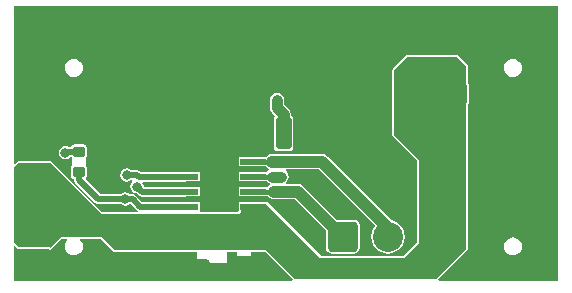
<source format=gtl>
%FSLAX25Y25*%
%MOIN*%
G70*
G01*
G75*
G04 Layer_Physical_Order=1*
G04 Layer_Color=255*
%ADD10R,0.09449X0.12205*%
%ADD11R,0.08661X0.01969*%
G04:AMPARAMS|DCode=12|XSize=39.37mil|YSize=35.43mil|CornerRadius=4.43mil|HoleSize=0mil|Usage=FLASHONLY|Rotation=0.000|XOffset=0mil|YOffset=0mil|HoleType=Round|Shape=RoundedRectangle|*
%AMROUNDEDRECTD12*
21,1,0.03937,0.02658,0,0,0.0*
21,1,0.03051,0.03543,0,0,0.0*
1,1,0.00886,0.01526,-0.01329*
1,1,0.00886,-0.01526,-0.01329*
1,1,0.00886,-0.01526,0.01329*
1,1,0.00886,0.01526,0.01329*
%
%ADD12ROUNDEDRECTD12*%
G04:AMPARAMS|DCode=13|XSize=106.3mil|YSize=51.18mil|CornerRadius=6.4mil|HoleSize=0mil|Usage=FLASHONLY|Rotation=90.000|XOffset=0mil|YOffset=0mil|HoleType=Round|Shape=RoundedRectangle|*
%AMROUNDEDRECTD13*
21,1,0.10630,0.03839,0,0,90.0*
21,1,0.09350,0.05118,0,0,90.0*
1,1,0.01280,0.01919,0.04675*
1,1,0.01280,0.01919,-0.04675*
1,1,0.01280,-0.01919,-0.04675*
1,1,0.01280,-0.01919,0.04675*
%
%ADD13ROUNDEDRECTD13*%
G04:AMPARAMS|DCode=14|XSize=90.55mil|YSize=70.87mil|CornerRadius=8.86mil|HoleSize=0mil|Usage=FLASHONLY|Rotation=0.000|XOffset=0mil|YOffset=0mil|HoleType=Round|Shape=RoundedRectangle|*
%AMROUNDEDRECTD14*
21,1,0.09055,0.05315,0,0,0.0*
21,1,0.07284,0.07087,0,0,0.0*
1,1,0.01772,0.03642,-0.02658*
1,1,0.01772,-0.03642,-0.02658*
1,1,0.01772,-0.03642,0.02658*
1,1,0.01772,0.03642,0.02658*
%
%ADD14ROUNDEDRECTD14*%
G04:AMPARAMS|DCode=15|XSize=224.41mil|YSize=78.74mil|CornerRadius=9.84mil|HoleSize=0mil|Usage=FLASHONLY|Rotation=0.000|XOffset=0mil|YOffset=0mil|HoleType=Round|Shape=RoundedRectangle|*
%AMROUNDEDRECTD15*
21,1,0.22441,0.05906,0,0,0.0*
21,1,0.20472,0.07874,0,0,0.0*
1,1,0.01969,0.10236,-0.02953*
1,1,0.01969,-0.10236,-0.02953*
1,1,0.01969,-0.10236,0.02953*
1,1,0.01969,0.10236,0.02953*
%
%ADD15ROUNDEDRECTD15*%
%ADD16C,0.02000*%
%ADD17C,0.03543*%
%ADD18C,0.02756*%
%ADD19C,0.01500*%
%ADD20C,0.01800*%
%ADD21C,0.04000*%
G04:AMPARAMS|DCode=22|XSize=100mil|YSize=100mil|CornerRadius=12.5mil|HoleSize=0mil|Usage=FLASHONLY|Rotation=270.000|XOffset=0mil|YOffset=0mil|HoleType=Round|Shape=RoundedRectangle|*
%AMROUNDEDRECTD22*
21,1,0.10000,0.07500,0,0,270.0*
21,1,0.07500,0.10000,0,0,270.0*
1,1,0.02500,-0.03750,-0.03750*
1,1,0.02500,-0.03750,0.03750*
1,1,0.02500,0.03750,0.03750*
1,1,0.02500,0.03750,-0.03750*
%
%ADD22ROUNDEDRECTD22*%
%ADD23C,0.10000*%
%ADD24C,0.03150*%
%ADD25C,0.02362*%
G36*
X525041Y116541D02*
X525500Y116351D01*
X552709D01*
Y112606D01*
X562709D01*
Y116351D01*
X566138D01*
Y114925D01*
X570862D01*
Y116351D01*
X575731D01*
X577041Y115041D01*
X577541Y114541D01*
X584852Y107230D01*
X584644Y106730D01*
X491730D01*
Y118280D01*
X492192Y118471D01*
X493147Y117516D01*
X493606Y117326D01*
X503570D01*
X503871Y117201D01*
X504330Y117391D01*
X507789Y120851D01*
X509541D01*
X509617Y120627D01*
X509669Y120351D01*
X509224Y119770D01*
X508925Y119049D01*
X508823Y118276D01*
X508925Y117502D01*
X509224Y116782D01*
X509698Y116163D01*
X510317Y115688D01*
X511038Y115390D01*
X511811Y115288D01*
X512584Y115390D01*
X513305Y115688D01*
X513924Y116163D01*
X514398Y116782D01*
X514697Y117502D01*
X514799Y118276D01*
X514697Y119049D01*
X514398Y119770D01*
X513953Y120351D01*
X514005Y120627D01*
X514081Y120851D01*
X520731D01*
X525041Y116541D01*
D02*
G37*
G36*
X642500Y178500D02*
X642500Y117500D01*
X632500Y107500D01*
X585500D01*
X578000Y115000D01*
X577500Y115500D01*
D01*
X576000Y117000D01*
X525500D01*
X521000Y121500D01*
X507520D01*
X503871Y117851D01*
X503746Y117975D01*
X493606D01*
X491851Y119731D01*
Y144579D01*
X493199Y145928D01*
X504072Y145928D01*
X521000Y129000D01*
X567000D01*
X567500Y129500D01*
X567500Y131000D01*
X572000Y131000D01*
Y132500D01*
X576000D01*
X585000Y123500D01*
X594000Y114500D01*
X622000D01*
X627000Y119500D01*
Y147000D01*
X618500Y155500D01*
Y177000D01*
X623000Y181500D01*
X639500D01*
X642500Y178500D01*
D02*
G37*
G36*
X673270Y106730D02*
X633356D01*
X633148Y107230D01*
X642959Y117041D01*
X643149Y117500D01*
X643149Y165169D01*
X643323Y165429D01*
X643446Y166047D01*
Y171953D01*
X643323Y172571D01*
X643149Y172831D01*
Y178500D01*
X642959Y178959D01*
X639959Y181959D01*
X639500Y182149D01*
X623000D01*
X622541Y181959D01*
X618041Y177459D01*
X617851Y177000D01*
Y155500D01*
X618041Y155041D01*
X626351Y146731D01*
Y119769D01*
X621731Y115149D01*
X594269D01*
X585459Y123959D01*
X576569Y132850D01*
Y133084D01*
X576157D01*
X576000Y133149D01*
X572000D01*
X571843Y133084D01*
X566707D01*
Y129916D01*
X566707D01*
X566317Y129649D01*
X554320D01*
X553931Y129916D01*
X553931Y130149D01*
Y133084D01*
X549237D01*
X549000Y133131D01*
X534676D01*
X532654Y135153D01*
X532124Y135507D01*
X531500Y135631D01*
X530473D01*
X529849Y136049D01*
X529000Y136217D01*
X528151Y136049D01*
X527527Y135631D01*
X520676D01*
X515729Y140578D01*
X515777Y141073D01*
X516008Y141418D01*
X516089Y141825D01*
Y144482D01*
X516008Y144889D01*
X515862Y145107D01*
Y147893D01*
X516008Y148111D01*
X516089Y148518D01*
Y151175D01*
X516008Y151582D01*
X515777Y151927D01*
X515433Y152158D01*
X515026Y152239D01*
X511974D01*
X511567Y152158D01*
X511223Y151927D01*
X510992Y151582D01*
X510971Y151478D01*
X509955D01*
X509849Y151549D01*
X509000Y151717D01*
X508151Y151549D01*
X507432Y151068D01*
X506951Y150349D01*
X506783Y149500D01*
X506951Y148651D01*
X507432Y147932D01*
X508151Y147451D01*
X509000Y147283D01*
X509849Y147451D01*
X510560Y147926D01*
X510572Y147932D01*
X511138Y147893D01*
Y145107D01*
X510992Y144889D01*
X510911Y144482D01*
Y141825D01*
X510992Y141418D01*
X511223Y141073D01*
X511567Y140842D01*
X511869Y140782D01*
Y140500D01*
X511993Y139876D01*
X512347Y139347D01*
X518847Y132846D01*
X519376Y132493D01*
X520000Y132369D01*
X527527D01*
X528151Y131951D01*
X529000Y131783D01*
X529849Y131951D01*
X530473Y132369D01*
X530824D01*
X532846Y130347D01*
X533141Y130149D01*
X532990Y129649D01*
X521269D01*
X504531Y146387D01*
X504072Y146577D01*
X493199Y146577D01*
X492740Y146387D01*
X492192Y145839D01*
X491730Y146030D01*
Y198270D01*
X673270D01*
Y106730D01*
D02*
G37*
%LPC*%
G36*
X658169Y121263D02*
X657396Y121161D01*
X656675Y120863D01*
X656057Y120388D01*
X655582Y119770D01*
X655283Y119049D01*
X655182Y118276D01*
X655283Y117502D01*
X655582Y116782D01*
X656057Y116163D01*
X656675Y115688D01*
X657396Y115390D01*
X658169Y115288D01*
X658943Y115390D01*
X659663Y115688D01*
X660282Y116163D01*
X660757Y116782D01*
X661055Y117502D01*
X661157Y118276D01*
X661055Y119049D01*
X660757Y119770D01*
X660282Y120388D01*
X659663Y120863D01*
X658943Y121161D01*
X658169Y121263D01*
D02*
G37*
G36*
X594500Y149123D02*
X594500Y149122D01*
X578000D01*
X577321Y149033D01*
X576689Y148771D01*
X576146Y148354D01*
X575938Y148084D01*
X566707D01*
Y144916D01*
X575938D01*
X576146Y144646D01*
X576689Y144229D01*
X576853Y144161D01*
X576884Y143607D01*
X576290Y143210D01*
X576206Y143084D01*
X566707D01*
Y139916D01*
X576206D01*
X576290Y139790D01*
X577075Y139266D01*
X577076Y139266D01*
X577158Y138905D01*
X577150Y138741D01*
X576646Y138354D01*
X576438Y138084D01*
X566707D01*
Y134916D01*
X576438D01*
X576646Y134646D01*
X577189Y134229D01*
X577821Y133967D01*
X578500Y133878D01*
X585414D01*
X595864Y123427D01*
Y117750D01*
X596007Y117028D01*
X596416Y116416D01*
X597028Y116007D01*
X597750Y115864D01*
X605250D01*
X605972Y116007D01*
X606584Y116416D01*
X606993Y117028D01*
X607136Y117750D01*
Y125250D01*
X606993Y125972D01*
X606584Y126584D01*
X605972Y126993D01*
X605250Y127136D01*
X599573D01*
X588354Y138354D01*
X587811Y138771D01*
X587179Y139033D01*
X586500Y139122D01*
X586500Y139122D01*
X582611D01*
X582459Y139622D01*
X582710Y139790D01*
X583234Y140575D01*
X583418Y141500D01*
X583234Y142425D01*
X582710Y143210D01*
X582459Y143378D01*
X582611Y143878D01*
X593414D01*
X612198Y125093D01*
X611608Y124324D01*
X611044Y122962D01*
X610852Y121500D01*
X611044Y120038D01*
X611608Y118676D01*
X612506Y117506D01*
X613676Y116608D01*
X615038Y116044D01*
X616500Y115852D01*
X617962Y116044D01*
X619324Y116608D01*
X620494Y117506D01*
X621392Y118676D01*
X621956Y120038D01*
X622148Y121500D01*
X621956Y122962D01*
X621392Y124324D01*
X620494Y125494D01*
X619324Y126392D01*
X617962Y126956D01*
X617721Y126988D01*
X596354Y148354D01*
X595811Y148771D01*
X595179Y149033D01*
X594500Y149123D01*
D02*
G37*
G36*
X511811Y180712D02*
X511038Y180610D01*
X510317Y180312D01*
X509698Y179837D01*
X509224Y179218D01*
X508925Y178498D01*
X508823Y177724D01*
X508925Y176951D01*
X509224Y176231D01*
X509698Y175612D01*
X510317Y175137D01*
X511038Y174838D01*
X511811Y174737D01*
X512584Y174838D01*
X513305Y175137D01*
X513924Y175612D01*
X514398Y176231D01*
X514697Y176951D01*
X514799Y177724D01*
X514697Y178498D01*
X514398Y179218D01*
X513924Y179837D01*
X513305Y180312D01*
X512584Y180610D01*
X511811Y180712D01*
D02*
G37*
G36*
X658169D02*
X657396Y180610D01*
X656675Y180312D01*
X656057Y179837D01*
X655582Y179218D01*
X655283Y178498D01*
X655182Y177724D01*
X655283Y176951D01*
X655582Y176231D01*
X656057Y175612D01*
X656675Y175137D01*
X657396Y174838D01*
X658169Y174737D01*
X658943Y174838D01*
X659663Y175137D01*
X660282Y175612D01*
X660757Y176231D01*
X661055Y176951D01*
X661157Y177724D01*
X661055Y178498D01*
X660757Y179218D01*
X660282Y179837D01*
X659663Y180312D01*
X658943Y180610D01*
X658169Y180712D01*
D02*
G37*
G36*
X529500Y144217D02*
X528651Y144049D01*
X527932Y143568D01*
X527451Y142849D01*
X527283Y142000D01*
X527451Y141151D01*
X527932Y140432D01*
X528651Y139951D01*
X529500Y139783D01*
X530349Y139951D01*
X530866Y140297D01*
X531135Y140234D01*
X531268Y139749D01*
X531252Y139692D01*
X530794Y139006D01*
X530625Y138157D01*
X530794Y137309D01*
X531275Y136590D01*
X531994Y136109D01*
X532731Y135962D01*
X533347Y135346D01*
X533876Y134993D01*
X534500Y134869D01*
X549000D01*
X549237Y134916D01*
X553931D01*
Y138084D01*
X549237D01*
X549000Y138131D01*
X535176D01*
X535038Y138269D01*
X534891Y139006D01*
X534649Y139369D01*
X534916Y139869D01*
X549000D01*
X549237Y139916D01*
X553931D01*
Y143084D01*
X549237D01*
X549000Y143131D01*
X534176D01*
X534154Y143154D01*
X533624Y143507D01*
X533000Y143631D01*
X530973D01*
X530349Y144049D01*
X529500Y144217D01*
D02*
G37*
G36*
X579500Y169418D02*
X578575Y169234D01*
X577790Y168710D01*
X577266Y167925D01*
X577082Y167000D01*
Y164500D01*
X577266Y163575D01*
X577790Y162790D01*
X578906Y161674D01*
X578896Y161569D01*
X578621Y161159D01*
X578525Y160675D01*
Y151325D01*
X578621Y150841D01*
X578896Y150431D01*
X579306Y150157D01*
X579789Y150061D01*
X583628D01*
X584112Y150157D01*
X584522Y150431D01*
X584796Y150841D01*
X584892Y151325D01*
Y160675D01*
X584796Y161159D01*
X584522Y161569D01*
X584127Y161833D01*
Y162291D01*
X583943Y163217D01*
X583419Y164001D01*
X581918Y165502D01*
Y167000D01*
X581734Y167925D01*
X581210Y168710D01*
X580425Y169234D01*
X579500Y169418D01*
D02*
G37*
%LPD*%
D10*
X560319Y139000D02*
D03*
D11*
X571638Y146500D02*
D03*
Y141500D02*
D03*
Y136500D02*
D03*
Y131500D02*
D03*
X549000D02*
D03*
Y136500D02*
D03*
Y141500D02*
D03*
Y146500D02*
D03*
D12*
X568500Y113154D02*
D03*
Y119846D02*
D03*
X513500Y143154D02*
D03*
Y149846D02*
D03*
D13*
X581709Y156000D02*
D03*
X570291D02*
D03*
D14*
X552500Y121709D02*
D03*
Y110291D02*
D03*
D15*
X593405Y169000D02*
D03*
X631595D02*
D03*
D16*
X533500Y141500D02*
X549000D01*
X533000Y142000D02*
X533500Y141500D01*
X529500Y142000D02*
X533000D01*
X509000Y149500D02*
X509346Y149846D01*
X513500D01*
Y140500D02*
Y143154D01*
Y140500D02*
X520000Y134000D01*
X529000D01*
X532842Y138157D02*
X534500Y136500D01*
X549000D01*
X534000Y131500D02*
X549000D01*
X531500Y134000D02*
X534000Y131500D01*
X529000Y134000D02*
X531500D01*
D17*
X579500Y164500D02*
X581709Y162291D01*
X579500Y164500D02*
Y167000D01*
X578000Y141500D02*
X581000D01*
X581709Y156000D02*
Y162291D01*
D18*
X577500Y141500D02*
X578000D01*
D19*
X571638D02*
X577500D01*
D20*
X536000Y146500D02*
X549000D01*
X571638D02*
X578000D01*
X571638Y136500D02*
X578500D01*
D21*
X562878Y144118D02*
Y150878D01*
X594500Y146500D02*
X616500Y124500D01*
Y121500D02*
Y124500D01*
X578000Y146500D02*
X594500D01*
X586500Y136500D02*
X601500Y121500D01*
X578500Y136500D02*
X586500D01*
D22*
X601500Y121500D02*
D03*
D23*
X616500D02*
D03*
D24*
X535870Y111500D02*
D03*
X527996D02*
D03*
X520122D02*
D03*
X503500D02*
D03*
X496500D02*
D03*
X579500Y167000D02*
D03*
X581000Y141500D02*
D03*
X509000Y149500D02*
D03*
X536000Y146500D02*
D03*
X529500Y142000D02*
D03*
X532842Y138157D02*
D03*
X529000Y134000D02*
D03*
X495500Y120500D02*
D03*
Y125000D02*
D03*
Y130000D02*
D03*
Y134500D02*
D03*
Y139000D02*
D03*
Y143500D02*
D03*
D25*
X557760Y144118D02*
D03*
Y139000D02*
D03*
Y133882D02*
D03*
X562878D02*
D03*
Y139000D02*
D03*
Y144118D02*
D03*
M02*

</source>
